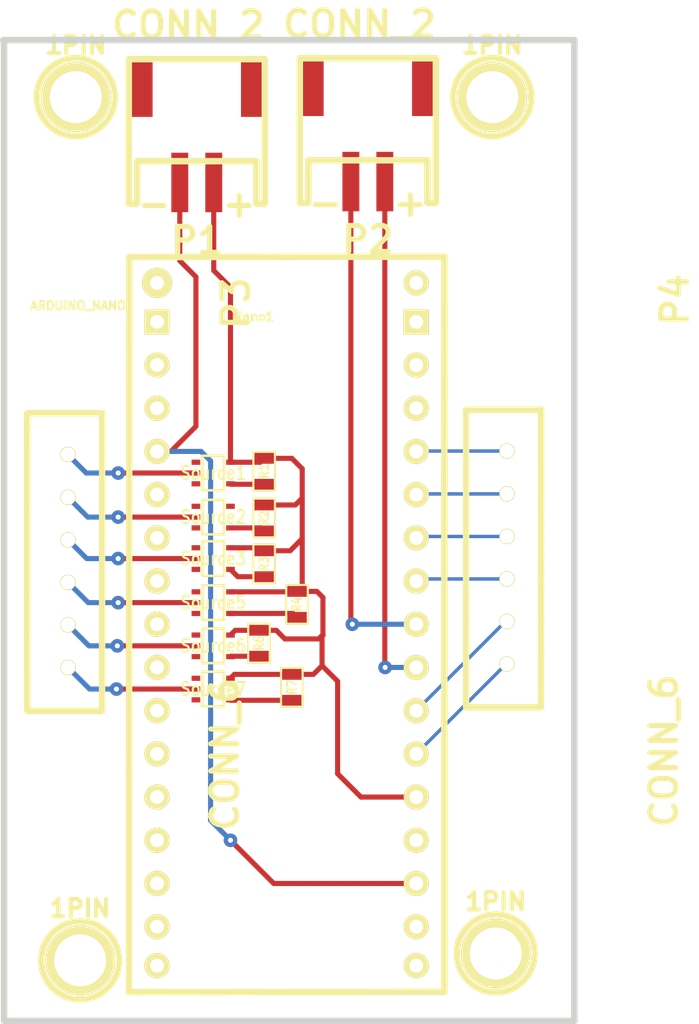
<source format=kicad_pcb>
(kicad_pcb (version 20211014) (generator pcbnew)
  (title_block (date "10 mar 2014"))
  (layers (0 "F.Cu" signal "Front") (31 "B.Cu" signal "Back") (34 "B.Paste" user) (35 "F.Paste" user) (36 "B.SilkS" user "B.Silkscreen") (37 "F.SilkS" user "F.Silkscreen") (38 "B.Mask" user) (39 "F.Mask" user) (44 "Edge.Cuts" user))
  (net 0 "")
  (net 1 "+5V")
  (net 2 "/A0")
  (net 3 "/A1")
  (net 4 "/A2")
  (net 5 "/A3")
  (net 6 "/A6")
  (net 7 "/A7")
  (net 8 "/RA0")
  (net 9 "/RA1")
  (net 10 "/RA2")
  (net 11 "/RA3")
  (net 12 "/RA6")
  (net 13 "/RA7")
  (net 14 "/SCL")
  (net 15 "/SDA")
  (net 16 "GND")
  (net 17 "N-000003")
  (net 18 "N-000007")
  (net 19 "N-000030")
  (net 20 "N-000033")
  (net 21 "N-000036")
  (net 22 "N-000038")
  (footprint "SOT353" (layer "F.Cu") (at 26.67 56.5404)
    (fp_text reference "Source7" (at 0 0 180) (layer "F.SilkS") (effects (font (size 0.762 0.635) (thickness 0.127))))
    (fp_text value "CURRENTSOURCE" hide)
    (fp_line (start 0.635 1.016) (end 0.635 -1.016) (layer "F.SilkS") (width 0.1524))
    (fp_line (start -0.635 1.016) (end 0.635 1.016) (layer "F.SilkS") (width 0.1524))
    (fp_line (start -0.635 -1.016) (end -0.635 1.016) (layer "F.SilkS") (width 0.1524))
    (fp_line (start 0.635 -1.016) (end -0.635 -1.016) (layer "F.SilkS") (width 0.1524))
    (pad "1" smd rect (at -1.016 -0.635) (size 0.508 0.3048) (layers "F.Cu" "F.Paste" "F.Mask"))
    (pad "2" smd rect (at -1.016 0) (size 0.508 0.3048) (layers "F.Cu" "F.Paste" "F.Mask") (net 13 "/RA7"))
    (pad "3" smd rect (at -1.016 0.635) (size 0.508 0.3048) (layers "F.Cu" "F.Paste" "F.Mask") (net 16 "GND"))
    (pad "4" smd rect (at 1.016 0.635) (size 0.508 0.3048) (layers "F.Cu" "F.Paste" "F.Mask") (net 18 "N-000007"))
    (pad "5" smd rect (at 1.016 -0.635) (size 0.508 0.3048) (layers "F.Cu" "F.Paste" "F.Mask") (net 1 "+5V"))
  )
  (footprint "SOT353" (layer "F.Cu") (at 26.67 54.0004)
    (fp_text reference "Source6" (at 0 0 180) (layer "F.SilkS") (effects (font (size 0.762 0.635) (thickness 0.127))))
    (fp_text value "CURRENTSOURCE" hide)
    (fp_line (start -0.635 -1.016) (end -0.635 1.016) (layer "F.SilkS") (width 0.1524))
    (fp_line (start 0.635 -1.016) (end -0.635 -1.016) (layer "F.SilkS") (width 0.1524))
    (fp_line (start 0.635 1.016) (end 0.635 -1.016) (layer "F.SilkS") (width 0.1524))
    (fp_line (start -0.635 1.016) (end 0.635 1.016) (layer "F.SilkS") (width 0.1524))
    (pad "1" smd rect (at -1.016 -0.635) (size 0.508 0.3048) (layers "F.Cu" "F.Paste" "F.Mask"))
    (pad "2" smd rect (at -1.016 0) (size 0.508 0.3048) (layers "F.Cu" "F.Paste" "F.Mask") (net 12 "/RA6"))
    (pad "3" smd rect (at -1.016 0.635) (size 0.508 0.3048) (layers "F.Cu" "F.Paste" "F.Mask") (net 16 "GND"))
    (pad "4" smd rect (at 1.016 0.635) (size 0.508 0.3048) (layers "F.Cu" "F.Paste" "F.Mask") (net 17 "N-000003"))
    (pad "5" smd rect (at 1.016 -0.635) (size 0.508 0.3048) (layers "F.Cu" "F.Paste" "F.Mask") (net 1 "+5V"))
  )
  (footprint "SOT353" (layer "F.Cu") (at 26.67 51.4604)
    (fp_text reference "Source5" (at 0 0 180) (layer "F.SilkS") (effects (font (size 0.762 0.635) (thickness 0.127))))
    (fp_text value "CURRENTSOURCE" hide)
    (fp_line (start -0.635 -1.016) (end -0.635 1.016) (layer "F.SilkS") (width 0.1524))
    (fp_line (start -0.635 1.016) (end 0.635 1.016) (layer "F.SilkS") (width 0.1524))
    (fp_line (start 0.635 1.016) (end 0.635 -1.016) (layer "F.SilkS") (width 0.1524))
    (fp_line (start 0.635 -1.016) (end -0.635 -1.016) (layer "F.SilkS") (width 0.1524))
    (pad "1" smd rect (at -1.016 -0.635) (size 0.508 0.3048) (layers "F.Cu" "F.Paste" "F.Mask"))
    (pad "2" smd rect (at -1.016 0) (size 0.508 0.3048) (layers "F.Cu" "F.Paste" "F.Mask") (net 11 "/RA3"))
    (pad "3" smd rect (at -1.016 0.635) (size 0.508 0.3048) (layers "F.Cu" "F.Paste" "F.Mask") (net 16 "GND"))
    (pad "4" smd rect (at 1.016 0.635) (size 0.508 0.3048) (layers "F.Cu" "F.Paste" "F.Mask") (net 19 "N-000030"))
    (pad "5" smd rect (at 1.016 -0.635) (size 0.508 0.3048) (layers "F.Cu" "F.Paste" "F.Mask") (net 1 "+5V"))
  )
  (footprint "SOT353" (layer "F.Cu") (at 26.67 48.8696)
    (fp_text reference "Source3" (at 0 0 180) (layer "F.SilkS") (effects (font (size 0.762 0.635) (thickness 0.127))))
    (fp_text value "CURRENTSOURCE" hide)
    (fp_line (start 0.635 -1.016) (end -0.635 -1.016) (layer "F.SilkS") (width 0.1524))
    (fp_line (start -0.635 -1.016) (end -0.635 1.016) (layer "F.SilkS") (width 0.1524))
    (fp_line (start 0.635 1.016) (end 0.635 -1.016) (layer "F.SilkS") (width 0.1524))
    (fp_line (start -0.635 1.016) (end 0.635 1.016) (layer "F.SilkS") (width 0.1524))
    (pad "1" smd rect (at -1.016 -0.635) (size 0.508 0.3048) (layers "F.Cu" "F.Paste" "F.Mask"))
    (pad "2" smd rect (at -1.016 0) (size 0.508 0.3048) (layers "F.Cu" "F.Paste" "F.Mask") (net 10 "/RA2"))
    (pad "3" smd rect (at -1.016 0.635) (size 0.508 0.3048) (layers "F.Cu" "F.Paste" "F.Mask") (net 16 "GND"))
    (pad "4" smd rect (at 1.016 0.635) (size 0.508 0.3048) (layers "F.Cu" "F.Paste" "F.Mask") (net 20 "N-000033"))
    (pad "5" smd rect (at 1.016 -0.635) (size 0.508 0.3048) (layers "F.Cu" "F.Paste" "F.Mask") (net 1 "+5V"))
  )
  (footprint "SOT353" (layer "F.Cu") (at 26.67 46.4312)
    (fp_text reference "Source2" (at 0 0 180) (layer "F.SilkS") (effects (font (size 0.762 0.635) (thickness 0.127))))
    (fp_text value "CURRENTSOURCE" hide)
    (fp_line (start 0.635 1.016) (end 0.635 -1.016) (layer "F.SilkS") (width 0.1524))
    (fp_line (start -0.635 1.016) (end 0.635 1.016) (layer "F.SilkS") (width 0.1524))
    (fp_line (start -0.635 -1.016) (end -0.635 1.016) (layer "F.SilkS") (width 0.1524))
    (fp_line (start 0.635 -1.016) (end -0.635 -1.016) (layer "F.SilkS") (width 0.1524))
    (pad "1" smd rect (at -1.016 -0.635) (size 0.508 0.3048) (layers "F.Cu" "F.Paste" "F.Mask"))
    (pad "2" smd rect (at -1.016 0) (size 0.508 0.3048) (layers "F.Cu" "F.Paste" "F.Mask") (net 9 "/RA1"))
    (pad "3" smd rect (at -1.016 0.635) (size 0.508 0.3048) (layers "F.Cu" "F.Paste" "F.Mask") (net 16 "GND"))
    (pad "4" smd rect (at 1.016 0.635) (size 0.508 0.3048) (layers "F.Cu" "F.Paste" "F.Mask") (net 21 "N-000036"))
    (pad "5" smd rect (at 1.016 -0.635) (size 0.508 0.3048) (layers "F.Cu" "F.Paste" "F.Mask") (net 1 "+5V"))
  )
  (footprint "SOT353" (layer "F.Cu") (at 26.67 43.8404)
    (fp_text reference "Source1" (at 0 0 180) (layer "F.SilkS") (effects (font (size 0.762 0.635) (thickness 0.127))))
    (fp_text value "CURRENTSOURCE" hide)
    (fp_line (start 0.635 -1.016) (end -0.635 -1.016) (layer "F.SilkS") (width 0.1524))
    (fp_line (start 0.635 1.016) (end 0.635 -1.016) (layer "F.SilkS") (width 0.1524))
    (fp_line (start -0.635 -1.016) (end -0.635 1.016) (layer "F.SilkS") (width 0.1524))
    (fp_line (start -0.635 1.016) (end 0.635 1.016) (layer "F.SilkS") (width 0.1524))
    (pad "1" smd rect (at -1.016 -0.635) (size 0.508 0.3048) (layers "F.Cu" "F.Paste" "F.Mask"))
    (pad "2" smd rect (at -1.016 0) (size 0.508 0.3048) (layers "F.Cu" "F.Paste" "F.Mask") (net 8 "/RA0"))
    (pad "3" smd rect (at -1.016 0.635) (size 0.508 0.3048) (layers "F.Cu" "F.Paste" "F.Mask") (net 16 "GND"))
    (pad "4" smd rect (at 1.016 0.635) (size 0.508 0.3048) (layers "F.Cu" "F.Paste" "F.Mask") (net 22 "N-000038"))
    (pad "5" smd rect (at 1.016 -0.635) (size 0.508 0.3048) (layers "F.Cu" "F.Paste" "F.Mask") (net 1 "+5V"))
  )
  (footprint "SM0603" (layer "F.Cu") (at 29.3624 53.848 -90)
    (fp_text reference "R6" (at 0 0 -90) (layer "F.SilkS") (effects (font (size 0.508 0.4572) (thickness 0.1143))))
    (fp_text value "PR" hide)
    (fp_line (start -1.143 0.635) (end -1.143 -0.635) (layer "F.SilkS") (width 0.127))
    (fp_line (start 1.143 -0.635) (end 1.143 0.635) (layer "F.SilkS") (width 0.127))
    (fp_line (start -1.143 -0.635) (end 1.143 -0.635) (layer "F.SilkS") (width 0.127))
    (fp_line (start 1.143 0.635) (end -1.143 0.635) (layer "F.SilkS") (width 0.127))
    (pad "1" smd rect (at -0.762 0 270) (size 0.635 1.143) (layers "F.Cu" "F.Paste" "F.Mask") (net 1 "+5V"))
    (pad "2" smd rect (at 0.762 0 270) (size 0.635 1.143) (layers "F.Cu" "F.Paste" "F.Mask") (net 17 "N-000003"))
  )
  (footprint "SM0603" (layer "F.Cu") (at 31.2928 56.4388 -90)
    (fp_text reference "R7" (at 0 0 -90) (layer "F.SilkS") (effects (font (size 0.508 0.4572) (thickness 0.1143))))
    (fp_text value "PR" hide)
    (fp_line (start 1.143 -0.635) (end 1.143 0.635) (layer "F.SilkS") (width 0.127))
    (fp_line (start 1.143 0.635) (end -1.143 0.635) (layer "F.SilkS") (width 0.127))
    (fp_line (start -1.143 0.635) (end -1.143 -0.635) (layer "F.SilkS") (width 0.127))
    (fp_line (start -1.143 -0.635) (end 1.143 -0.635) (layer "F.SilkS") (width 0.127))
    (pad "1" smd rect (at -0.762 0 270) (size 0.635 1.143) (layers "F.Cu" "F.Paste" "F.Mask") (net 1 "+5V"))
    (pad "2" smd rect (at 0.762 0 270) (size 0.635 1.143) (layers "F.Cu" "F.Paste" "F.Mask") (net 18 "N-000007"))
  )
  (footprint "SM0603" (layer "F.Cu") (at 31.5976 51.562 -90)
    (fp_text reference "R4" (at 0 0 -90) (layer "F.SilkS") (effects (font (size 0.508 0.4572) (thickness 0.1143))))
    (fp_text value "PR" hide)
    (fp_line (start -1.143 0.635) (end -1.143 -0.635) (layer "F.SilkS") (width 0.127))
    (fp_line (start 1.143 0.635) (end -1.143 0.635) (layer "F.SilkS") (width 0.127))
    (fp_line (start -1.143 -0.635) (end 1.143 -0.635) (layer "F.SilkS") (width 0.127))
    (fp_line (start 1.143 -0.635) (end 1.143 0.635) (layer "F.SilkS") (width 0.127))
    (pad "1" smd rect (at -0.762 0 270) (size 0.635 1.143) (layers "F.Cu" "F.Paste" "F.Mask") (net 1 "+5V"))
    (pad "2" smd rect (at 0.762 0 270) (size 0.635 1.143) (layers "F.Cu" "F.Paste" "F.Mask") (net 19 "N-000030"))
  )
  (footprint "SM0603" (layer "F.Cu") (at 29.6672 49.1744 -90)
    (fp_text reference "R3" (at 0 0 -90) (layer "F.SilkS") (effects (font (size 0.508 0.4572) (thickness 0.1143))))
    (fp_text value "PR" hide)
    (fp_line (start -1.143 -0.635) (end 1.143 -0.635) (layer "F.SilkS") (width 0.127))
    (fp_line (start -1.143 0.635) (end -1.143 -0.635) (layer "F.SilkS") (width 0.127))
    (fp_line (start 1.143 -0.635) (end 1.143 0.635) (layer "F.SilkS") (width 0.127))
    (fp_line (start 1.143 0.635) (end -1.143 0.635) (layer "F.SilkS") (width 0.127))
    (pad "1" smd rect (at -0.762 0 270) (size 0.635 1.143) (layers "F.Cu" "F.Paste" "F.Mask") (net 1 "+5V"))
    (pad "2" smd rect (at 0.762 0 270) (size 0.635 1.143) (layers "F.Cu" "F.Paste" "F.Mask") (net 20 "N-000033"))
  )
  (footprint "SM0603" (layer "F.Cu") (at 29.6672 46.482 -90)
    (fp_text reference "R2" (at 0 0 -90) (layer "F.SilkS") (effects (font (size 0.508 0.4572) (thickness 0.1143))))
    (fp_text value "PR" hide)
    (fp_line (start -1.143 -0.635) (end 1.143 -0.635) (layer "F.SilkS") (width 0.127))
    (fp_line (start 1.143 0.635) (end -1.143 0.635) (layer "F.SilkS") (width 0.127))
    (fp_line (start 1.143 -0.635) (end 1.143 0.635) (layer "F.SilkS") (width 0.127))
    (fp_line (start -1.143 0.635) (end -1.143 -0.635) (layer "F.SilkS") (width 0.127))
    (pad "1" smd rect (at -0.762 0 270) (size 0.635 1.143) (layers "F.Cu" "F.Paste" "F.Mask") (net 1 "+5V"))
    (pad "2" smd rect (at 0.762 0 270) (size 0.635 1.143) (layers "F.Cu" "F.Paste" "F.Mask") (net 21 "N-000036"))
  )
  (footprint "SM0603" (layer "F.Cu") (at 29.6672 43.7388 -90)
    (fp_text reference "R1" (at 0 0 -90) (layer "F.SilkS") (effects (font (size 0.508 0.4572) (thickness 0.1143))))
    (fp_text value "PR" hide)
    (fp_line (start -1.143 -0.635) (end 1.143 -0.635) (layer "F.SilkS") (width 0.127))
    (fp_line (start -1.143 0.635) (end -1.143 -0.635) (layer "F.SilkS") (width 0.127))
    (fp_line (start 1.143 -0.635) (end 1.143 0.635) (layer "F.SilkS") (width 0.127))
    (fp_line (start 1.143 0.635) (end -1.143 0.635) (layer "F.SilkS") (width 0.127))
    (pad "1" smd rect (at -0.762 0 270) (size 0.635 1.143) (layers "F.Cu" "F.Paste" "F.Mask") (net 1 "+5V"))
    (pad "2" smd rect (at 0.762 0 270) (size 0.635 1.143) (layers "F.Cu" "F.Paste" "F.Mask") (net 22 "N-000038"))
  )
  (footprint "CONN_JST-2_SMD" (layer "F.Cu") (at 35.7632 19.4564 180)
    (fp_text reference "P2" (at 0 -10.668 180) (layer "F.SilkS") (effects (font (size 1.524 1.524) (thickness 0.3048))))
    (fp_text value "CONN_2" (at 0.50038 1.99898 180) (layer "F.SilkS") (effects (font (size 1.524 1.524) (thickness 0.3048))))
    (fp_text user "-" (at 2.49936 -8.49884 180) (layer "F.SilkS") (effects (font (size 1.524 1.524) (thickness 0.3048))))
    (fp_text user "+" (at -2.49936 -8.49884 180) (layer "F.SilkS") (effects (font (size 1.524 1.524) (thickness 0.3048))))
    (fp_line (start -3.50012 -5.99948) (end -3.50012 -8.49884) (layer "F.SilkS") (width 0.381))
    (fp_line (start 4.0005 0) (end 4.0005 -8.49884) (layer "F.SilkS") (width 0.381))
    (fp_line (start -3.50012 -8.49884) (end -4.0005 -8.49884) (layer "F.SilkS") (width 0.381))
    (fp_line (start -4.0005 0) (end 4.0005 0) (layer "F.SilkS") (width 0.381))
    (fp_line (start -4.0005 -8.49884) (end -4.0005 0) (layer "F.SilkS") (width 0.381))
    (fp_line (start 4.0005 -8.49884) (end 3.50012 -8.49884) (layer "F.SilkS") (width 0.381))
    (fp_line (start 3.50012 -8.49884) (end 3.50012 -5.99948) (layer "F.SilkS") (width 0.381))
    (fp_line (start 3.50012 -5.99948) (end -3.50012 -5.99948) (layer "F.SilkS") (width 0.381))
    (pad "" smd rect (at 3.34772 -1.69926 180) (size 1.4986 3.39598) (layers "F.Cu" "F.Paste" "F.Mask"))
    (pad "" smd rect (at -3.34772 -1.69926 180) (size 1.4986 3.39598) (layers "F.Cu" "F.Paste" "F.Mask"))
    (pad "1" smd rect (at -0.99822 -7.24916 180) (size 0.99568 3.49758) (layers "F.Cu" "F.Paste" "F.Mask") (net 14 "/SCL"))
    (pad "2" smd rect (at 0.99822 -7.24916 180) (size 0.99568 3.49758) (layers "F.Cu" "F.Paste" "F.Mask") (net 15 "/SDA"))
  )
  (footprint "CONN_JST-2_SMD" (layer "F.Cu") (at 25.7048 19.5072 180)
    (fp_text reference "P1" (at 0 -10.668 180) (layer "F.SilkS") (effects (font (size 1.524 1.524) (thickness 0.3048))))
    (fp_text value "CONN_2" (at 0.50038 1.99898 180) (layer "F.SilkS") (effects (font (size 1.524 1.524) (thickness 0.3048))))
    (fp_text user "+" (at -2.49936 -8.49884 180) (layer "F.SilkS") (effects (font (size 1.524 1.524) (thickness 0.3048))))
    (fp_text user "-" (at 2.49936 -8.49884 180) (layer "F.SilkS") (effects (font (size 1.524 1.524) (thickness 0.3048))))
    (fp_line (start 3.50012 -8.49884) (end 3.50012 -5.99948) (layer "F.SilkS") (width 0.381))
    (fp_line (start -4.0005 -8.49884) (end -4.0005 0) (layer "F.SilkS") (width 0.381))
    (fp_line (start -3.50012 -8.49884) (end -4.0005 -8.49884) (layer "F.SilkS") (width 0.381))
    (fp_line (start -3.50012 -5.99948) (end -3.50012 -8.49884) (layer "F.SilkS") (width 0.381))
    (fp_line (start 4.0005 0) (end 4.0005 -8.49884) (layer "F.SilkS") (width 0.381))
    (fp_line (start 4.0005 -8.49884) (end 3.50012 -8.49884) (layer "F.SilkS") (width 0.381))
    (fp_line (start -4.0005 0) (end 4.0005 0) (layer "F.SilkS") (width 0.381))
    (fp_line (start 3.50012 -5.99948) (end -3.50012 -5.99948) (layer "F.SilkS") (width 0.381))
    (pad "" smd rect (at 3.34772 -1.69926 180) (size 1.4986 3.39598) (layers "F.Cu" "F.Paste" "F.Mask"))
    (pad "" smd rect (at -3.34772 -1.69926 180) (size 1.4986 3.39598) (layers "F.Cu" "F.Paste" "F.Mask"))
    (pad "1" smd rect (at -0.99822 -7.24916 180) (size 0.99568 3.49758) (layers "F.Cu" "F.Paste" "F.Mask") (net 1 "+5V"))
    (pad "2" smd rect (at 0.99822 -7.24916 180) (size 0.99568 3.49758) (layers "F.Cu" "F.Paste" "F.Mask") (net 16 "GND"))
  )
  (footprint "Arduino_Nano" (layer "F.Cu") (at 23.368 31.1404)
    (fp_text reference "Nano1" (at 5.66928 3.50266) (layer "F.SilkS") (effects (font (size 0.50038 0.50038) (thickness 0.12446))))
    (fp_text value "ARDUINO_NANO" (at -4.64312 2.86258) (layer "F.SilkS") (effects (font (size 0.50038 0.50038) (thickness 0.12446))))
    (fp_line (start -1.651 43.2181) (end -1.6256 0.00254) (layer "F.SilkS") (width 0.381))
    (fp_line (start 16.89354 43.20286) (end -1.651 43.2181) (layer "F.SilkS") (width 0.381))
    (fp_line (start 16.891 0) (end 16.89354 43.20286) (layer "F.SilkS") (width 0.381))
    (fp_line (start 16.89354 -0.01778) (end 16.891 0) (layer "F.SilkS") (width 0.381))
    (fp_line (start -1.65354 0.00254) (end 16.89354 -0.01778) (layer "F.SilkS") (width 0.381))
    (pad "" thru_hole circle (at 15.24 1.524) (size 1.47828 1.47828) (drill 0.8128) (layers *.Cu *.Mask "F.SilkS"))
    (pad "" thru_hole circle (at 15.24 41.656) (size 1.47828 1.47828) (drill 0.8128) (layers *.Cu *.Mask "F.SilkS"))
    (pad "" thru_hole circle (at 0 1.524) (size 1.778 1.778) (drill 0.8128) (layers *.Cu *.Mask "F.SilkS"))
    (pad "" thru_hole circle (at 0 41.656) (size 1.47828 1.47828) (drill 0.8128) (layers *.Cu *.Mask "F.SilkS"))
    (pad "1" thru_hole rect (at 0 3.81) (size 1.47828 1.47828) (drill 0.8128) (layers *.Cu *.Mask "F.SilkS"))
    (pad "2" thru_hole circle (at 0 6.35) (size 1.47066 1.47066) (drill 0.8128) (layers *.Cu *.Mask "F.SilkS"))
    (pad "3" thru_hole circle (at 0 8.89) (size 1.47828 1.47828) (drill 0.8128) (layers *.Cu *.Mask "F.SilkS"))
    (pad "4" thru_hole circle (at 0 11.43) (size 1.47828 1.47828) (drill 0.8128) (layers *.Cu *.Mask "F.SilkS") (net 16 "GND"))
    (pad "5" thru_hole circle (at 0 13.97) (size 1.47828 1.47828) (drill 0.8128) (layers *.Cu *.Mask "F.SilkS"))
    (pad "6" thru_hole circle (at 0 16.51) (size 1.47828 1.47828) (drill 0.8128) (layers *.Cu *.Mask "F.SilkS"))
    (pad "7" thru_hole circle (at 0 19.05) (size 1.47828 1.47828) (drill 0.8128) (layers *.Cu *.Mask "F.SilkS"))
    (pad "8" thru_hole circle (at 0 21.59) (size 1.47828 1.47828) (drill 0.8128) (layers *.Cu *.Mask "F.SilkS"))
    (pad "9" thru_hole circle (at 0 24.13) (size 1.47828 1.47828) (drill 0.8128) (layers *.Cu *.Mask "F.SilkS"))
    (pad "10" thru_hole circle (at 0 26.67) (size 1.47828 1.47828) (drill 0.8128) (layers *.Cu *.Mask "F.SilkS"))
    (pad "11" thru_hole circle (at 0 29.21) (size 1.47828 1.47828) (drill 0.8128) (layers *.Cu *.Mask "F.SilkS"))
    (pad "12" thru_hole circle (at 0 31.75) (size 1.47828 1.47828) (drill 0.8128) (layers *.Cu *.Mask "F.SilkS"))
    (pad "13" thru_hole circle (at 0 34.29) (size 1.47828 1.47828) (drill 0.8128) (layers *.Cu *.Mask "F.SilkS"))
    (pad "14" thru_hole circle (at 0 36.83) (size 1.47828 1.47828) (drill 0.8128) (layers *.Cu *.Mask "F.SilkS"))
    (pad "15" thru_hole circle (at 0 39.37) (size 1.47828 1.47828) (drill 0.8128) (layers *.Cu *.Mask "F.SilkS"))
    (pad "16" thru_hole circle (at 15.24 39.37) (size 1.47828 1.47828) (drill 0.8128) (layers *.Cu *.Mask "F.SilkS"))
    (pad "17" thru_hole circle (at 15.24 36.83) (size 1.47828 1.47828) (drill 0.8128) (layers *.Cu *.Mask "F.SilkS") (net 16 "GND"))
    (pad "18" thru_hole circle (at 15.24 34.29) (size 1.47828 1.47828) (drill 0.8128) (layers *.Cu *.Mask "F.SilkS"))
    (pad "19" thru_hole circle (at 15.24 31.75) (size 1.47828 1.47828) (drill 0.8128) (layers *.Cu *.Mask "F.SilkS") (net 1 "+5V"))
    (pad "20" thru_hole circle (at 15.24 29.21) (size 1.47828 1.47828) (drill 0.8128) (layers *.Cu *.Mask "F.SilkS") (net 7 "/A7"))
    (pad "21" thru_hole circle (at 15.24 26.67) (size 1.47828 1.47828) (drill 0.8128) (layers *.Cu *.Mask "F.SilkS") (net 6 "/A6"))
    (pad "22" thru_hole circle (at 15.24 24.13) (size 1.47828 1.47828) (drill 0.8128) (layers *.Cu *.Mask "F.SilkS") (net 14 "/SCL"))
    (pad "23" thru_hole circle (at 15.24 21.59) (size 1.47828 1.47828) (drill 0.8128) (layers *.Cu *.Mask "F.SilkS") (net 15 "/SDA"))
    (pad "24" thru_hole circle (at 15.24 19.05) (size 1.47828 1.47828) (drill 0.8128) (layers *.Cu *.Mask "F.SilkS") (net 5 "/A3"))
    (pad "25" thru_hole circle (at 15.24 16.51) (size 1.47828 1.47828) (drill 0.8128) (layers *.Cu *.Mask "F.SilkS") (net 4 "/A2"))
    (pad "26" thru_hole circle (at 15.24 13.97) (size 1.47828 1.47828) (drill 0.8128) (layers *.Cu *.Mask "F.SilkS") (net 3 "/A1"))
    (pad "27" thru_hole circle (at 15.24 11.43) (size 1.47828 1.47828) (drill 0.8128) (layers *.Cu *.Mask "F.SilkS") (net 2 "/A0"))
    (pad "28" thru_hole circle (at 15.24 8.89) (size 1.47828 1.47828) (drill 0.8128) (layers *.Cu *.Mask "F.SilkS"))
    (pad "29" thru_hole circle (at 15.24 6.35) (size 1.47828 1.47828) (drill 0.8128) (layers *.Cu *.Mask "F.SilkS"))
    (pad "30" thru_hole rect (at 15.24 3.81) (size 1.47828 1.47828) (drill 0.8128) (layers *.Cu *.Mask "F.SilkS"))
  )
  (footprint "1pin" (layer "F.Cu") (at 43.0784 21.7424)
    (fp_text reference "1PIN" (at 0 -3.048) (layer "F.SilkS") (effects (font (size 1.016 1.016) (thickness 0.254))))
    (fp_text value "P***" hide)
    (fp_circle (center 0 0) (end 0 -2.286) (layer "F.SilkS") (width 0.381) (fill none))
    (pad "1" thru_hole circle (at 0 0) (size 4.064 4.064) (drill 3.048) (layers *.Cu *.Mask "F.SilkS"))
  )
  (footprint "1pin" (layer "F.Cu") (at 18.5928 21.7424)
    (fp_text reference "1PIN" (at 0 -3.048) (layer "F.SilkS") (effects (font (size 1.016 1.016) (thickness 0.254))))
    (fp_text value "P***" hide)
    (fp_circle (center 0 0) (end 0 -2.286) (layer "F.SilkS") (width 0.381) (fill none))
    (pad "1" thru_hole circle (at 0 0) (size 4.064 4.064) (drill 3.048) (layers *.Cu *.Mask "F.SilkS"))
  )
  (footprint "1pin" (layer "F.Cu") (at 18.8468 72.4916)
    (fp_text reference "1PIN" (at 0 -3.048) (layer "F.SilkS") (effects (font (size 1.016 1.016) (thickness 0.254))))
    (fp_text value "P***" hide)
    (fp_circle (center 0 0) (end 0 -2.286) (layer "F.SilkS") (width 0.381) (fill none))
    (pad "1" thru_hole circle (at 0 0) (size 4.064 4.064) (drill 3.048) (layers *.Cu *.Mask "F.SilkS"))
  )
  (footprint "1pin" (layer "F.Cu") (at 43.2816 72.0852)
    (fp_text reference "1PIN" (at 0 -3.048) (layer "F.SilkS") (effects (font (size 1.016 1.016) (thickness 0.254))))
    (fp_text value "P***" hide)
    (fp_circle (center 0 0) (end 0 -2.286) (layer "F.SilkS") (width 0.381) (fill none))
    (pad "1" thru_hole circle (at 0 0) (size 4.064 4.064) (drill 3.048) (layers *.Cu *.Mask "F.SilkS"))
  )
  (footprint "Molex-6BrochesV" (layer "F.Cu") (at 18.1356 49.022 90)
    (fp_text reference "P3" (at 15.1638 9.8806 90) (layer "F.SilkS") (effects (font (size 1.524 1.524) (thickness 0.3048))))
    (fp_text value "CONN_6" (at -11.3538 9.2329 90) (layer "F.SilkS") (effects (font (size 1.524 1.524) (thickness 0.3048))))
    (fp_line (start 8.6995 0) (end 8.6995 -2.4003) (layer "F.SilkS") (width 0.381))
    (fp_line (start -8.8011 -2.4003) (end -8.8011 1.99898) (layer "F.SilkS") (width 0.381))
    (fp_line (start 8.6995 0) (end 8.6995 1.99898) (layer "F.SilkS") (width 0.381))
    (fp_line (start -8.69696 -2.40284) (end 8.6868 -2.40538) (layer "F.SilkS") (width 0.381))
    (fp_line (start 8.72236 2.0066) (end -8.70204 2.00152) (layer "F.SilkS") (width 0.381))
    (pad "1" thru_hole circle (at -6.25094 0 90) (size 0.89916 0.89916) (drill 0.8128) (layers *.Cu *.Mask "F.SilkS") (net 13 "/RA7"))
    (pad "2" thru_hole circle (at -3.74904 0 90) (size 0.89916 0.89916) (drill 0.8128) (layers *.Cu *.Mask "F.SilkS") (net 12 "/RA6"))
    (pad "3" thru_hole circle (at -1.24968 0 90) (size 0.89916 0.89916) (drill 0.8128) (layers *.Cu *.Mask "F.SilkS") (net 11 "/RA3"))
    (pad "4" thru_hole circle (at 1.24968 0 90) (size 0.89916 0.89916) (drill 0.8128) (layers *.Cu *.Mask "F.SilkS") (net 10 "/RA2"))
    (pad "5" thru_hole circle (at 3.74904 0 90) (size 0.89916 0.89916) (drill 0.8128) (layers *.Cu *.Mask "F.SilkS") (net 9 "/RA1"))
    (pad "6" thru_hole circle (at 6.27126 0 90) (size 0.89916 0.89916) (drill 0.8128) (layers *.Cu *.Mask "F.SilkS") (net 8 "/RA0"))
  )
  (footprint "Molex-6BrochesV" (layer "F.Cu") (at 43.942 48.8188 90)
    (fp_text reference "P4" (at 15.1638 9.8806 90) (layer "F.SilkS") (effects (font (size 1.524 1.524) (thickness 0.3048))))
    (fp_text value "CONN_6" (at -11.3538 9.2329 90) (layer "F.SilkS") (effects (font (size 1.524 1.524) (thickness 0.3048))))
    (fp_line (start -8.69696 -2.40284) (end 8.6868 -2.40538) (layer "F.SilkS") (width 0.381))
    (fp_line (start 8.6995 0) (end 8.6995 -2.4003) (layer "F.SilkS") (width 0.381))
    (fp_line (start 8.72236 2.0066) (end -8.70204 2.00152) (layer "F.SilkS") (width 0.381))
    (fp_line (start 8.6995 0) (end 8.6995 1.99898) (layer "F.SilkS") (width 0.381))
    (fp_line (start -8.8011 -2.4003) (end -8.8011 1.99898) (layer "F.SilkS") (width 0.381))
    (pad "1" thru_hole circle (at -6.25094 0 90) (size 0.89916 0.89916) (drill 0.8128) (layers *.Cu *.Mask "F.SilkS") (net 7 "/A7"))
    (pad "2" thru_hole circle (at -3.74904 0 90) (size 0.89916 0.89916) (drill 0.8128) (layers *.Cu *.Mask "F.SilkS") (net 6 "/A6"))
    (pad "3" thru_hole circle (at -1.24968 0 90) (size 0.89916 0.89916) (drill 0.8128) (layers *.Cu *.Mask "F.SilkS") (net 5 "/A3"))
    (pad "4" thru_hole circle (at 1.24968 0 90) (size 0.89916 0.89916) (drill 0.8128) (layers *.Cu *.Mask "F.SilkS") (net 4 "/A2"))
    (pad "5" thru_hole circle (at 3.74904 0 90) (size 0.89916 0.89916) (drill 0.8128) (layers *.Cu *.Mask "F.SilkS") (net 3 "/A1"))
    (pad "6" thru_hole circle (at 6.27126 0 90) (size 0.89916 0.89916) (drill 0.8128) (layers *.Cu *.Mask "F.SilkS") (net 2 "/A0"))
  )
  (gr_line (start 47.9044 76.0476) (end 14.3764 76.0476) (layer "Edge.Cuts") (width 0.381))
  (gr_line (start 14.3256 18.3896) (end 47.9044 18.3896) (layer "Edge.Cuts") (width 0.381))
  (gr_line (start 47.9044 18.3896) (end 47.9044 18.4404) (layer "Edge.Cuts") (width 0.381))
  (gr_line (start 47.9044 18.3896) (end 47.9044 76.0476) (layer "Edge.Cuts") (width 0.381))
  (gr_line (start 14.3764 76.0476) (end 14.3764 18.3896) (layer "Edge.Cuts") (width 0.381))
  (gr_line (start 14.3764 18.3896) (end 14.3256 18.3896) (layer "Edge.Cuts") (width 0.381))
  (segment (start 33.1216 53.3908) (end 33.1216 51.1556) (width 0.29972) (layer "F.Cu") (net 1))
  (segment (start 33.9852 56.0832) (end 33.0708 55.1688) (width 0.29972) (layer "F.Cu") (net 1))
  (segment (start 33.1216 53.34) (end 33.1216 53.3908) (width 0.29972) (layer "F.Cu") (net 1))
  (segment (start 35.3568 62.8904) (end 33.9852 61.5188) (width 0.29972) (layer "F.Cu") (net 1))
  (segment (start 33.9852 61.5188) (end 33.9852 56.0832) (width 0.29972) (layer "F.Cu") (net 1))
  (segment locked (start 38.608 62.8904) (end 35.3568 62.8904) (width 0.29972) (layer "F.Cu") (net 1))
  (segment (start 31.496 45.72) (end 31.9024 45.3136) (width 0.29972) (layer "F.Cu") (net 1))
  (segment (start 32.8676 53.594) (end 33.1216 53.34) (width 0.29972) (layer "F.Cu") (net 1))
  (segment (start 31.1912 48.4124) (end 31.9024 47.7012) (width 0.29972) (layer "F.Cu") (net 1))
  (segment locked (start 27.686 50.8254) (end 31.5722 50.8254) (width 0.29972) (layer "F.Cu") (net 1))
  (segment locked (start 27.9654 53.086) (end 29.3624 53.086) (width 0.29972) (layer "F.Cu") (net 1))
  (segment locked (start 27.686 43.2054) (end 29.4386 43.2054) (width 0.29972) (layer "F.Cu") (net 1))
  (segment locked (start 29.6672 48.4124) (end 31.1912 48.4124) (width 0.29972) (layer "F.Cu") (net 1))
  (segment locked (start 27.686 43.2054) (end 27.686 32.9184) (width 0.29972) (layer "F.Cu") (net 1))
  (segment locked (start 26.70302 31.93542) (end 26.70302 26.75636) (width 0.29972) (layer "F.Cu") (net 1))
  (segment locked (start 31.5722 50.8254) (end 31.5976 50.8) (width 0.29972) (layer "F.Cu") (net 1))
  (segment locked (start 29.3624 53.086) (end 30.3784 53.086) (width 0.29972) (layer "F.Cu") (net 1))
  (segment locked (start 31.2928 42.9768) (end 29.6672 42.9768) (width 0.29972) (layer "F.Cu") (net 1))
  (segment (start 30.3784 53.086) (end 30.8864 53.594) (width 0.29972) (layer "F.Cu") (net 1))
  (segment (start 31.9024 50.4952) (end 31.9024 47.7012) (width 0.29972) (layer "F.Cu") (net 1))
  (segment locked (start 27.686 48.2346) (end 29.4894 48.2346) (width 0.29972) (layer "F.Cu") (net 1))
  (segment locked (start 31.5976 50.8) (end 31.9024 50.4952) (width 0.29972) (layer "F.Cu") (net 1))
  (segment (start 31.9024 43.5864) (end 31.2928 42.9768) (width 0.29972) (layer "F.Cu") (net 1))
  (segment locked (start 29.6672 45.72) (end 31.496 45.72) (width 0.29972) (layer "F.Cu") (net 1))
  (segment (start 33.0708 55.1688) (end 33.0708 53.3908) (width 0.29972) (layer "F.Cu") (net 1))
  (segment locked (start 27.686 53.3654) (end 27.9654 53.086) (width 0.29972) (layer "F.Cu") (net 1))
  (segment (start 30.8864 53.594) (end 32.8676 53.594) (width 0.29972) (layer "F.Cu") (net 1))
  (segment (start 32.5628 55.6768) (end 33.0708 55.1688) (width 0.29972) (layer "F.Cu") (net 1))
  (segment locked (start 29.4894 48.2346) (end 29.6672 48.4124) (width 0.29972) (layer "F.Cu") (net 1))
  (segment (start 33.0708 53.3908) (end 33.1216 53.3908) (width 0.29972) (layer "F.Cu") (net 1))
  (segment (start 31.9024 45.3136) (end 31.9024 43.5864) (width 0.29972) (layer "F.Cu") (net 1))
  (segment locked (start 31.2928 55.6768) (end 32.5628 55.6768) (width 0.29972) (layer "F.Cu") (net 1))
  (segment locked (start 27.9146 55.6768) (end 31.2928 55.6768) (width 0.29972) (layer "F.Cu") (net 1))
  (segment (start 27.686 32.9184) (end 26.70302 31.93542) (width 0.29972) (layer "F.Cu") (net 1))
  (segment (start 31.9024 47.7012) (end 31.9024 45.3136) (width 0.29972) (layer "F.Cu") (net 1))
  (segment locked (start 29.4386 43.2054) (end 29.6672 42.9768) (width 0.29972) (layer "F.Cu") (net 1))
  (segment locked (start 32.766 50.8) (end 31.5976 50.8) (width 0.29972) (layer "F.Cu") (net 1))
  (segment locked (start 27.686 55.9054) (end 27.9146 55.6768) (width 0.29972) (layer "F.Cu") (net 1))
  (segment (start 33.1216 51.1556) (end 32.766 50.8) (width 0.29972) (layer "F.Cu") (net 1))
  (segment locked (start 38.608 42.5704) (end 38.63086 42.54754) (width 0.2032) (layer "B.Cu") (net 2))
  (segment locked (start 38.63086 42.54754) (end 43.942 42.54754) (width 0.2032) (layer "B.Cu") (net 2))
  (segment locked (start 38.608 45.1104) (end 38.64864 45.06976) (width 0.2032) (layer "B.Cu") (net 3))
  (segment locked (start 38.64864 45.06976) (end 43.942 45.06976) (width 0.2032) (layer "B.Cu") (net 3))
  (segment locked (start 38.68928 47.56912) (end 43.942 47.56912) (width 0.2032) (layer "B.Cu") (net 4))
  (segment locked (start 38.608 47.6504) (end 38.68928 47.56912) (width 0.2032) (layer "B.Cu") (net 4))
  (segment locked (start 38.72992 50.06848) (end 43.942 50.06848) (width 0.2032) (layer "B.Cu") (net 5))
  (segment locked (start 38.608 50.1904) (end 38.72992 50.06848) (width 0.2032) (layer "B.Cu") (net 5))
  (segment locked (start 38.608 57.8104) (end 43.85056 52.56784) (width 0.2032) (layer "B.Cu") (net 6))
  (segment locked (start 43.85056 52.56784) (end 43.942 52.56784) (width 0.2032) (layer "B.Cu") (net 6))
  (segment locked (start 38.608 60.3504) (end 43.88866 55.06974) (width 0.2032) (layer "B.Cu") (net 7))
  (segment locked (start 43.88866 55.06974) (end 43.942 55.06974) (width 0.2032) (layer "B.Cu") (net 7))
  (segment locked (start 21.082 43.8404) (end 25.654 43.8404) (width 0.29972) (layer "F.Cu") (net 8))
  (via (at 21.082 43.8404) (size 0.8001) (drill 0.29972) (layers "F.Cu" "B.Cu") (net 8))
  (segment (start 18.1356 42.77106) (end 19.20494 43.8404) (width 0.29972) (layer "B.Cu") (net 8))
  (segment (start 19.20494 43.8404) (end 21.082 43.8404) (width 0.29972) (layer "B.Cu") (net 8))
  (segment locked (start 21.082 46.4312) (end 25.654 46.4312) (width 0.29972) (layer "F.Cu") (net 9))
  (via (at 21.082 46.4312) (size 0.8001) (drill 0.29972) (layers "F.Cu" "B.Cu") (net 9))
  (segment locked (start 18.1356 45.27296) (end 19.29384 46.4312) (width 0.29972) (layer "B.Cu") (net 9))
  (segment (start 19.29384 46.4312) (end 21.082 46.4312) (width 0.29972) (layer "B.Cu") (net 9))
  (segment locked (start 21.082 48.8696) (end 25.654 48.8696) (width 0.29972) (layer "F.Cu") (net 10))
  (via (at 21.082 48.8696) (size 0.8001) (drill 0.29972) (layers "F.Cu" "B.Cu") (net 10))
  (segment locked (start 18.1356 47.77232) (end 19.23288 48.8696) (width 0.29972) (layer "B.Cu") (net 10))
  (segment (start 19.23288 48.8696) (end 21.082 48.8696) (width 0.29972) (layer "B.Cu") (net 10))
  (segment locked (start 21.082 51.4604) (end 25.654 51.4604) (width 0.29972) (layer "F.Cu") (net 11))
  (via (at 21.082 51.4604) (size 0.8001) (drill 0.29972) (layers "F.Cu" "B.Cu") (net 11))
  (segment locked (start 18.1356 50.27168) (end 19.32432 51.4604) (width 0.29972) (layer "B.Cu") (net 11))
  (segment (start 19.32432 51.4604) (end 21.082 51.4604) (width 0.29972) (layer "B.Cu") (net 11))
  (segment locked (start 21.0312 54.0004) (end 25.654 54.0004) (width 0.29972) (layer "F.Cu") (net 12))
  (via (at 21.0312 54.0004) (size 0.8001) (drill 0.29972) (layers "F.Cu" "B.Cu") (net 12))
  (segment locked (start 18.1356 52.77104) (end 19.36496 54.0004) (width 0.29972) (layer "B.Cu") (net 12))
  (segment (start 19.36496 54.0004) (end 21.0312 54.0004) (width 0.29972) (layer "B.Cu") (net 12))
  (segment locked (start 20.9804 56.5404) (end 25.654 56.5404) (width 0.29972) (layer "F.Cu") (net 13))
  (via (at 20.9804 56.5404) (size 0.8001) (drill 0.29972) (layers "F.Cu" "B.Cu") (net 13))
  (segment locked (start 18.1356 55.27294) (end 19.40306 56.5404) (width 0.29972) (layer "B.Cu") (net 13))
  (segment (start 19.40306 56.5404) (end 20.9804 56.5404) (width 0.29972) (layer "B.Cu") (net 13))
  (segment (start 36.76142 55.25262) (end 36.7792 55.2704) (width 0.29972) (layer "F.Cu") (net 14))
  (segment locked (start 36.76142 26.70556) (end 36.76142 55.25262) (width 0.29972) (layer "F.Cu") (net 14))
  (via (at 36.7792 55.2704) (size 0.8001) (drill 0.29972) (layers "F.Cu" "B.Cu") (net 14))
  (segment locked (start 36.7792 55.2704) (end 38.608 55.2704) (width 0.29972) (layer "B.Cu") (net 14))
  (segment locked (start 34.76498 26.70556) (end 34.76498 52.64658) (width 0.29972) (layer "F.Cu") (net 15))
  (segment (start 34.76498 52.64658) (end 34.8488 52.7304) (width 0.29972) (layer "F.Cu") (net 15))
  (via (at 34.8488 52.7304) (size 0.8001) (drill 0.29972) (layers "F.Cu" "B.Cu") (net 15))
  (segment locked (start 34.8488 52.7304) (end 38.608 52.7304) (width 0.29972) (layer "B.Cu") (net 15))
  (segment locked (start 24.1808 42.5704) (end 23.368 42.5704) (width 0.29972) (layer "F.Cu") (net 16))
  (segment (start 30.226 67.9704) (end 27.686 65.4304) (width 0.29972) (layer "F.Cu") (net 16))
  (segment (start 24.70658 31.36138) (end 25.654 32.3088) (width 0.29972) (layer "F.Cu") (net 16))
  (segment locked (start 24.70658 26.75636) (end 24.70658 31.36138) (width 0.29972) (layer "F.Cu") (net 16))
  (segment (start 25.654 41.0972) (end 24.1808 42.5704) (width 0.29972) (layer "F.Cu") (net 16))
  (segment locked (start 38.608 67.9704) (end 30.226 67.9704) (width 0.29972) (layer "F.Cu") (net 16))
  (segment (start 25.654 32.3088) (end 25.654 41.0972) (width 0.29972) (layer "F.Cu") (net 16))
  (via (at 27.686 65.4304) (size 0.8001) (drill 0.29972) (layers "F.Cu" "B.Cu") (net 16))
  (segment (start 27.686 65.4304) (end 26.5176 64.262) (width 0.29972) (layer "B.Cu") (net 16))
  (segment (start 26.5176 43.1292) (end 25.9588 42.5704) (width 0.29972) (layer "B.Cu") (net 16))
  (segment (start 26.5176 64.262) (end 26.5176 43.1292) (width 0.29972) (layer "B.Cu") (net 16))
  (segment locked (start 25.9588 42.5704) (end 23.368 42.5704) (width 0.29972) (layer "B.Cu") (net 16))
  (segment locked (start 27.686 54.6354) (end 27.7114 54.61) (width 0.29972) (layer "F.Cu") (net 17))
  (segment locked (start 27.7114 54.61) (end 29.3624 54.61) (width 0.29972) (layer "F.Cu") (net 17))
  (segment locked (start 27.686 57.1754) (end 27.7114 57.2008) (width 0.29972) (layer "F.Cu") (net 18))
  (segment locked (start 27.7114 57.2008) (end 31.2928 57.2008) (width 0.29972) (layer "F.Cu") (net 18))
  (segment locked (start 31.369 52.0954) (end 31.5976 52.324) (width 0.29972) (layer "F.Cu") (net 19))
  (segment locked (start 27.686 52.0954) (end 31.369 52.0954) (width 0.29972) (layer "F.Cu") (net 19))
  (segment locked (start 28.1178 49.9364) (end 29.6672 49.9364) (width 0.29972) (layer "F.Cu") (net 20))
  (segment locked (start 27.686 49.5046) (end 28.1178 49.9364) (width 0.29972) (layer "F.Cu") (net 20))
  (segment locked (start 29.6672 47.244) (end 29.4894 47.0662) (width 0.29972) (layer "F.Cu") (net 21))
  (segment locked (start 29.4894 47.0662) (end 27.686 47.0662) (width 0.29972) (layer "F.Cu") (net 21))
  (segment locked (start 27.7114 44.5008) (end 29.6672 44.5008) (width 0.29972) (layer "F.Cu") (net 22))
  (segment locked (start 27.686 44.4754) (end 27.7114 44.5008) (width 0.29972) (layer "F.Cu") (net 22))
)
</source>
